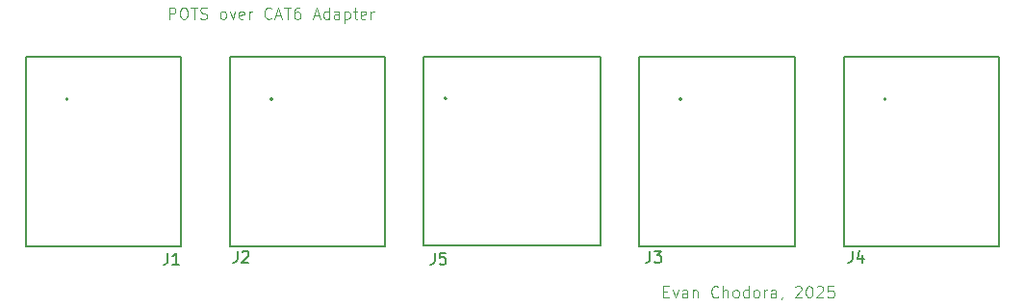
<source format=gbr>
%TF.GenerationSoftware,KiCad,Pcbnew,9.0.1-9.0.1-0~ubuntu24.04.1*%
%TF.CreationDate,2025-04-15T12:59:23-07:00*%
%TF.ProjectId,pots-over-cat6,706f7473-2d6f-4766-9572-2d636174362e,rev?*%
%TF.SameCoordinates,Original*%
%TF.FileFunction,Legend,Top*%
%TF.FilePolarity,Positive*%
%FSLAX46Y46*%
G04 Gerber Fmt 4.6, Leading zero omitted, Abs format (unit mm)*
G04 Created by KiCad (PCBNEW 9.0.1-9.0.1-0~ubuntu24.04.1) date 2025-04-15 12:59:23*
%MOMM*%
%LPD*%
G01*
G04 APERTURE LIST*
%ADD10C,0.100000*%
%ADD11C,0.150000*%
%ADD12C,0.200000*%
G04 APERTURE END LIST*
D10*
X125803884Y-103872419D02*
X125803884Y-102872419D01*
X125803884Y-102872419D02*
X126184836Y-102872419D01*
X126184836Y-102872419D02*
X126280074Y-102920038D01*
X126280074Y-102920038D02*
X126327693Y-102967657D01*
X126327693Y-102967657D02*
X126375312Y-103062895D01*
X126375312Y-103062895D02*
X126375312Y-103205752D01*
X126375312Y-103205752D02*
X126327693Y-103300990D01*
X126327693Y-103300990D02*
X126280074Y-103348609D01*
X126280074Y-103348609D02*
X126184836Y-103396228D01*
X126184836Y-103396228D02*
X125803884Y-103396228D01*
X126994360Y-102872419D02*
X127184836Y-102872419D01*
X127184836Y-102872419D02*
X127280074Y-102920038D01*
X127280074Y-102920038D02*
X127375312Y-103015276D01*
X127375312Y-103015276D02*
X127422931Y-103205752D01*
X127422931Y-103205752D02*
X127422931Y-103539085D01*
X127422931Y-103539085D02*
X127375312Y-103729561D01*
X127375312Y-103729561D02*
X127280074Y-103824800D01*
X127280074Y-103824800D02*
X127184836Y-103872419D01*
X127184836Y-103872419D02*
X126994360Y-103872419D01*
X126994360Y-103872419D02*
X126899122Y-103824800D01*
X126899122Y-103824800D02*
X126803884Y-103729561D01*
X126803884Y-103729561D02*
X126756265Y-103539085D01*
X126756265Y-103539085D02*
X126756265Y-103205752D01*
X126756265Y-103205752D02*
X126803884Y-103015276D01*
X126803884Y-103015276D02*
X126899122Y-102920038D01*
X126899122Y-102920038D02*
X126994360Y-102872419D01*
X127708646Y-102872419D02*
X128280074Y-102872419D01*
X127994360Y-103872419D02*
X127994360Y-102872419D01*
X128565789Y-103824800D02*
X128708646Y-103872419D01*
X128708646Y-103872419D02*
X128946741Y-103872419D01*
X128946741Y-103872419D02*
X129041979Y-103824800D01*
X129041979Y-103824800D02*
X129089598Y-103777180D01*
X129089598Y-103777180D02*
X129137217Y-103681942D01*
X129137217Y-103681942D02*
X129137217Y-103586704D01*
X129137217Y-103586704D02*
X129089598Y-103491466D01*
X129089598Y-103491466D02*
X129041979Y-103443847D01*
X129041979Y-103443847D02*
X128946741Y-103396228D01*
X128946741Y-103396228D02*
X128756265Y-103348609D01*
X128756265Y-103348609D02*
X128661027Y-103300990D01*
X128661027Y-103300990D02*
X128613408Y-103253371D01*
X128613408Y-103253371D02*
X128565789Y-103158133D01*
X128565789Y-103158133D02*
X128565789Y-103062895D01*
X128565789Y-103062895D02*
X128613408Y-102967657D01*
X128613408Y-102967657D02*
X128661027Y-102920038D01*
X128661027Y-102920038D02*
X128756265Y-102872419D01*
X128756265Y-102872419D02*
X128994360Y-102872419D01*
X128994360Y-102872419D02*
X129137217Y-102920038D01*
X130470551Y-103872419D02*
X130375313Y-103824800D01*
X130375313Y-103824800D02*
X130327694Y-103777180D01*
X130327694Y-103777180D02*
X130280075Y-103681942D01*
X130280075Y-103681942D02*
X130280075Y-103396228D01*
X130280075Y-103396228D02*
X130327694Y-103300990D01*
X130327694Y-103300990D02*
X130375313Y-103253371D01*
X130375313Y-103253371D02*
X130470551Y-103205752D01*
X130470551Y-103205752D02*
X130613408Y-103205752D01*
X130613408Y-103205752D02*
X130708646Y-103253371D01*
X130708646Y-103253371D02*
X130756265Y-103300990D01*
X130756265Y-103300990D02*
X130803884Y-103396228D01*
X130803884Y-103396228D02*
X130803884Y-103681942D01*
X130803884Y-103681942D02*
X130756265Y-103777180D01*
X130756265Y-103777180D02*
X130708646Y-103824800D01*
X130708646Y-103824800D02*
X130613408Y-103872419D01*
X130613408Y-103872419D02*
X130470551Y-103872419D01*
X131137218Y-103205752D02*
X131375313Y-103872419D01*
X131375313Y-103872419D02*
X131613408Y-103205752D01*
X132375313Y-103824800D02*
X132280075Y-103872419D01*
X132280075Y-103872419D02*
X132089599Y-103872419D01*
X132089599Y-103872419D02*
X131994361Y-103824800D01*
X131994361Y-103824800D02*
X131946742Y-103729561D01*
X131946742Y-103729561D02*
X131946742Y-103348609D01*
X131946742Y-103348609D02*
X131994361Y-103253371D01*
X131994361Y-103253371D02*
X132089599Y-103205752D01*
X132089599Y-103205752D02*
X132280075Y-103205752D01*
X132280075Y-103205752D02*
X132375313Y-103253371D01*
X132375313Y-103253371D02*
X132422932Y-103348609D01*
X132422932Y-103348609D02*
X132422932Y-103443847D01*
X132422932Y-103443847D02*
X131946742Y-103539085D01*
X132851504Y-103872419D02*
X132851504Y-103205752D01*
X132851504Y-103396228D02*
X132899123Y-103300990D01*
X132899123Y-103300990D02*
X132946742Y-103253371D01*
X132946742Y-103253371D02*
X133041980Y-103205752D01*
X133041980Y-103205752D02*
X133137218Y-103205752D01*
X134803885Y-103777180D02*
X134756266Y-103824800D01*
X134756266Y-103824800D02*
X134613409Y-103872419D01*
X134613409Y-103872419D02*
X134518171Y-103872419D01*
X134518171Y-103872419D02*
X134375314Y-103824800D01*
X134375314Y-103824800D02*
X134280076Y-103729561D01*
X134280076Y-103729561D02*
X134232457Y-103634323D01*
X134232457Y-103634323D02*
X134184838Y-103443847D01*
X134184838Y-103443847D02*
X134184838Y-103300990D01*
X134184838Y-103300990D02*
X134232457Y-103110514D01*
X134232457Y-103110514D02*
X134280076Y-103015276D01*
X134280076Y-103015276D02*
X134375314Y-102920038D01*
X134375314Y-102920038D02*
X134518171Y-102872419D01*
X134518171Y-102872419D02*
X134613409Y-102872419D01*
X134613409Y-102872419D02*
X134756266Y-102920038D01*
X134756266Y-102920038D02*
X134803885Y-102967657D01*
X135184838Y-103586704D02*
X135661028Y-103586704D01*
X135089600Y-103872419D02*
X135422933Y-102872419D01*
X135422933Y-102872419D02*
X135756266Y-103872419D01*
X135946743Y-102872419D02*
X136518171Y-102872419D01*
X136232457Y-103872419D02*
X136232457Y-102872419D01*
X137280076Y-102872419D02*
X137089600Y-102872419D01*
X137089600Y-102872419D02*
X136994362Y-102920038D01*
X136994362Y-102920038D02*
X136946743Y-102967657D01*
X136946743Y-102967657D02*
X136851505Y-103110514D01*
X136851505Y-103110514D02*
X136803886Y-103300990D01*
X136803886Y-103300990D02*
X136803886Y-103681942D01*
X136803886Y-103681942D02*
X136851505Y-103777180D01*
X136851505Y-103777180D02*
X136899124Y-103824800D01*
X136899124Y-103824800D02*
X136994362Y-103872419D01*
X136994362Y-103872419D02*
X137184838Y-103872419D01*
X137184838Y-103872419D02*
X137280076Y-103824800D01*
X137280076Y-103824800D02*
X137327695Y-103777180D01*
X137327695Y-103777180D02*
X137375314Y-103681942D01*
X137375314Y-103681942D02*
X137375314Y-103443847D01*
X137375314Y-103443847D02*
X137327695Y-103348609D01*
X137327695Y-103348609D02*
X137280076Y-103300990D01*
X137280076Y-103300990D02*
X137184838Y-103253371D01*
X137184838Y-103253371D02*
X136994362Y-103253371D01*
X136994362Y-103253371D02*
X136899124Y-103300990D01*
X136899124Y-103300990D02*
X136851505Y-103348609D01*
X136851505Y-103348609D02*
X136803886Y-103443847D01*
X138518172Y-103586704D02*
X138994362Y-103586704D01*
X138422934Y-103872419D02*
X138756267Y-102872419D01*
X138756267Y-102872419D02*
X139089600Y-103872419D01*
X139851505Y-103872419D02*
X139851505Y-102872419D01*
X139851505Y-103824800D02*
X139756267Y-103872419D01*
X139756267Y-103872419D02*
X139565791Y-103872419D01*
X139565791Y-103872419D02*
X139470553Y-103824800D01*
X139470553Y-103824800D02*
X139422934Y-103777180D01*
X139422934Y-103777180D02*
X139375315Y-103681942D01*
X139375315Y-103681942D02*
X139375315Y-103396228D01*
X139375315Y-103396228D02*
X139422934Y-103300990D01*
X139422934Y-103300990D02*
X139470553Y-103253371D01*
X139470553Y-103253371D02*
X139565791Y-103205752D01*
X139565791Y-103205752D02*
X139756267Y-103205752D01*
X139756267Y-103205752D02*
X139851505Y-103253371D01*
X140756267Y-103872419D02*
X140756267Y-103348609D01*
X140756267Y-103348609D02*
X140708648Y-103253371D01*
X140708648Y-103253371D02*
X140613410Y-103205752D01*
X140613410Y-103205752D02*
X140422934Y-103205752D01*
X140422934Y-103205752D02*
X140327696Y-103253371D01*
X140756267Y-103824800D02*
X140661029Y-103872419D01*
X140661029Y-103872419D02*
X140422934Y-103872419D01*
X140422934Y-103872419D02*
X140327696Y-103824800D01*
X140327696Y-103824800D02*
X140280077Y-103729561D01*
X140280077Y-103729561D02*
X140280077Y-103634323D01*
X140280077Y-103634323D02*
X140327696Y-103539085D01*
X140327696Y-103539085D02*
X140422934Y-103491466D01*
X140422934Y-103491466D02*
X140661029Y-103491466D01*
X140661029Y-103491466D02*
X140756267Y-103443847D01*
X141232458Y-103205752D02*
X141232458Y-104205752D01*
X141232458Y-103253371D02*
X141327696Y-103205752D01*
X141327696Y-103205752D02*
X141518172Y-103205752D01*
X141518172Y-103205752D02*
X141613410Y-103253371D01*
X141613410Y-103253371D02*
X141661029Y-103300990D01*
X141661029Y-103300990D02*
X141708648Y-103396228D01*
X141708648Y-103396228D02*
X141708648Y-103681942D01*
X141708648Y-103681942D02*
X141661029Y-103777180D01*
X141661029Y-103777180D02*
X141613410Y-103824800D01*
X141613410Y-103824800D02*
X141518172Y-103872419D01*
X141518172Y-103872419D02*
X141327696Y-103872419D01*
X141327696Y-103872419D02*
X141232458Y-103824800D01*
X141994363Y-103205752D02*
X142375315Y-103205752D01*
X142137220Y-102872419D02*
X142137220Y-103729561D01*
X142137220Y-103729561D02*
X142184839Y-103824800D01*
X142184839Y-103824800D02*
X142280077Y-103872419D01*
X142280077Y-103872419D02*
X142375315Y-103872419D01*
X143089601Y-103824800D02*
X142994363Y-103872419D01*
X142994363Y-103872419D02*
X142803887Y-103872419D01*
X142803887Y-103872419D02*
X142708649Y-103824800D01*
X142708649Y-103824800D02*
X142661030Y-103729561D01*
X142661030Y-103729561D02*
X142661030Y-103348609D01*
X142661030Y-103348609D02*
X142708649Y-103253371D01*
X142708649Y-103253371D02*
X142803887Y-103205752D01*
X142803887Y-103205752D02*
X142994363Y-103205752D01*
X142994363Y-103205752D02*
X143089601Y-103253371D01*
X143089601Y-103253371D02*
X143137220Y-103348609D01*
X143137220Y-103348609D02*
X143137220Y-103443847D01*
X143137220Y-103443847D02*
X142661030Y-103539085D01*
X143565792Y-103872419D02*
X143565792Y-103205752D01*
X143565792Y-103396228D02*
X143613411Y-103300990D01*
X143613411Y-103300990D02*
X143661030Y-103253371D01*
X143661030Y-103253371D02*
X143756268Y-103205752D01*
X143756268Y-103205752D02*
X143851506Y-103205752D01*
X169303884Y-127848609D02*
X169637217Y-127848609D01*
X169780074Y-128372419D02*
X169303884Y-128372419D01*
X169303884Y-128372419D02*
X169303884Y-127372419D01*
X169303884Y-127372419D02*
X169780074Y-127372419D01*
X170113408Y-127705752D02*
X170351503Y-128372419D01*
X170351503Y-128372419D02*
X170589598Y-127705752D01*
X171399122Y-128372419D02*
X171399122Y-127848609D01*
X171399122Y-127848609D02*
X171351503Y-127753371D01*
X171351503Y-127753371D02*
X171256265Y-127705752D01*
X171256265Y-127705752D02*
X171065789Y-127705752D01*
X171065789Y-127705752D02*
X170970551Y-127753371D01*
X171399122Y-128324800D02*
X171303884Y-128372419D01*
X171303884Y-128372419D02*
X171065789Y-128372419D01*
X171065789Y-128372419D02*
X170970551Y-128324800D01*
X170970551Y-128324800D02*
X170922932Y-128229561D01*
X170922932Y-128229561D02*
X170922932Y-128134323D01*
X170922932Y-128134323D02*
X170970551Y-128039085D01*
X170970551Y-128039085D02*
X171065789Y-127991466D01*
X171065789Y-127991466D02*
X171303884Y-127991466D01*
X171303884Y-127991466D02*
X171399122Y-127943847D01*
X171875313Y-127705752D02*
X171875313Y-128372419D01*
X171875313Y-127800990D02*
X171922932Y-127753371D01*
X171922932Y-127753371D02*
X172018170Y-127705752D01*
X172018170Y-127705752D02*
X172161027Y-127705752D01*
X172161027Y-127705752D02*
X172256265Y-127753371D01*
X172256265Y-127753371D02*
X172303884Y-127848609D01*
X172303884Y-127848609D02*
X172303884Y-128372419D01*
X174113408Y-128277180D02*
X174065789Y-128324800D01*
X174065789Y-128324800D02*
X173922932Y-128372419D01*
X173922932Y-128372419D02*
X173827694Y-128372419D01*
X173827694Y-128372419D02*
X173684837Y-128324800D01*
X173684837Y-128324800D02*
X173589599Y-128229561D01*
X173589599Y-128229561D02*
X173541980Y-128134323D01*
X173541980Y-128134323D02*
X173494361Y-127943847D01*
X173494361Y-127943847D02*
X173494361Y-127800990D01*
X173494361Y-127800990D02*
X173541980Y-127610514D01*
X173541980Y-127610514D02*
X173589599Y-127515276D01*
X173589599Y-127515276D02*
X173684837Y-127420038D01*
X173684837Y-127420038D02*
X173827694Y-127372419D01*
X173827694Y-127372419D02*
X173922932Y-127372419D01*
X173922932Y-127372419D02*
X174065789Y-127420038D01*
X174065789Y-127420038D02*
X174113408Y-127467657D01*
X174541980Y-128372419D02*
X174541980Y-127372419D01*
X174970551Y-128372419D02*
X174970551Y-127848609D01*
X174970551Y-127848609D02*
X174922932Y-127753371D01*
X174922932Y-127753371D02*
X174827694Y-127705752D01*
X174827694Y-127705752D02*
X174684837Y-127705752D01*
X174684837Y-127705752D02*
X174589599Y-127753371D01*
X174589599Y-127753371D02*
X174541980Y-127800990D01*
X175589599Y-128372419D02*
X175494361Y-128324800D01*
X175494361Y-128324800D02*
X175446742Y-128277180D01*
X175446742Y-128277180D02*
X175399123Y-128181942D01*
X175399123Y-128181942D02*
X175399123Y-127896228D01*
X175399123Y-127896228D02*
X175446742Y-127800990D01*
X175446742Y-127800990D02*
X175494361Y-127753371D01*
X175494361Y-127753371D02*
X175589599Y-127705752D01*
X175589599Y-127705752D02*
X175732456Y-127705752D01*
X175732456Y-127705752D02*
X175827694Y-127753371D01*
X175827694Y-127753371D02*
X175875313Y-127800990D01*
X175875313Y-127800990D02*
X175922932Y-127896228D01*
X175922932Y-127896228D02*
X175922932Y-128181942D01*
X175922932Y-128181942D02*
X175875313Y-128277180D01*
X175875313Y-128277180D02*
X175827694Y-128324800D01*
X175827694Y-128324800D02*
X175732456Y-128372419D01*
X175732456Y-128372419D02*
X175589599Y-128372419D01*
X176780075Y-128372419D02*
X176780075Y-127372419D01*
X176780075Y-128324800D02*
X176684837Y-128372419D01*
X176684837Y-128372419D02*
X176494361Y-128372419D01*
X176494361Y-128372419D02*
X176399123Y-128324800D01*
X176399123Y-128324800D02*
X176351504Y-128277180D01*
X176351504Y-128277180D02*
X176303885Y-128181942D01*
X176303885Y-128181942D02*
X176303885Y-127896228D01*
X176303885Y-127896228D02*
X176351504Y-127800990D01*
X176351504Y-127800990D02*
X176399123Y-127753371D01*
X176399123Y-127753371D02*
X176494361Y-127705752D01*
X176494361Y-127705752D02*
X176684837Y-127705752D01*
X176684837Y-127705752D02*
X176780075Y-127753371D01*
X177399123Y-128372419D02*
X177303885Y-128324800D01*
X177303885Y-128324800D02*
X177256266Y-128277180D01*
X177256266Y-128277180D02*
X177208647Y-128181942D01*
X177208647Y-128181942D02*
X177208647Y-127896228D01*
X177208647Y-127896228D02*
X177256266Y-127800990D01*
X177256266Y-127800990D02*
X177303885Y-127753371D01*
X177303885Y-127753371D02*
X177399123Y-127705752D01*
X177399123Y-127705752D02*
X177541980Y-127705752D01*
X177541980Y-127705752D02*
X177637218Y-127753371D01*
X177637218Y-127753371D02*
X177684837Y-127800990D01*
X177684837Y-127800990D02*
X177732456Y-127896228D01*
X177732456Y-127896228D02*
X177732456Y-128181942D01*
X177732456Y-128181942D02*
X177684837Y-128277180D01*
X177684837Y-128277180D02*
X177637218Y-128324800D01*
X177637218Y-128324800D02*
X177541980Y-128372419D01*
X177541980Y-128372419D02*
X177399123Y-128372419D01*
X178161028Y-128372419D02*
X178161028Y-127705752D01*
X178161028Y-127896228D02*
X178208647Y-127800990D01*
X178208647Y-127800990D02*
X178256266Y-127753371D01*
X178256266Y-127753371D02*
X178351504Y-127705752D01*
X178351504Y-127705752D02*
X178446742Y-127705752D01*
X179208647Y-128372419D02*
X179208647Y-127848609D01*
X179208647Y-127848609D02*
X179161028Y-127753371D01*
X179161028Y-127753371D02*
X179065790Y-127705752D01*
X179065790Y-127705752D02*
X178875314Y-127705752D01*
X178875314Y-127705752D02*
X178780076Y-127753371D01*
X179208647Y-128324800D02*
X179113409Y-128372419D01*
X179113409Y-128372419D02*
X178875314Y-128372419D01*
X178875314Y-128372419D02*
X178780076Y-128324800D01*
X178780076Y-128324800D02*
X178732457Y-128229561D01*
X178732457Y-128229561D02*
X178732457Y-128134323D01*
X178732457Y-128134323D02*
X178780076Y-128039085D01*
X178780076Y-128039085D02*
X178875314Y-127991466D01*
X178875314Y-127991466D02*
X179113409Y-127991466D01*
X179113409Y-127991466D02*
X179208647Y-127943847D01*
X179732457Y-128324800D02*
X179732457Y-128372419D01*
X179732457Y-128372419D02*
X179684838Y-128467657D01*
X179684838Y-128467657D02*
X179637219Y-128515276D01*
X180875314Y-127467657D02*
X180922933Y-127420038D01*
X180922933Y-127420038D02*
X181018171Y-127372419D01*
X181018171Y-127372419D02*
X181256266Y-127372419D01*
X181256266Y-127372419D02*
X181351504Y-127420038D01*
X181351504Y-127420038D02*
X181399123Y-127467657D01*
X181399123Y-127467657D02*
X181446742Y-127562895D01*
X181446742Y-127562895D02*
X181446742Y-127658133D01*
X181446742Y-127658133D02*
X181399123Y-127800990D01*
X181399123Y-127800990D02*
X180827695Y-128372419D01*
X180827695Y-128372419D02*
X181446742Y-128372419D01*
X182065790Y-127372419D02*
X182161028Y-127372419D01*
X182161028Y-127372419D02*
X182256266Y-127420038D01*
X182256266Y-127420038D02*
X182303885Y-127467657D01*
X182303885Y-127467657D02*
X182351504Y-127562895D01*
X182351504Y-127562895D02*
X182399123Y-127753371D01*
X182399123Y-127753371D02*
X182399123Y-127991466D01*
X182399123Y-127991466D02*
X182351504Y-128181942D01*
X182351504Y-128181942D02*
X182303885Y-128277180D01*
X182303885Y-128277180D02*
X182256266Y-128324800D01*
X182256266Y-128324800D02*
X182161028Y-128372419D01*
X182161028Y-128372419D02*
X182065790Y-128372419D01*
X182065790Y-128372419D02*
X181970552Y-128324800D01*
X181970552Y-128324800D02*
X181922933Y-128277180D01*
X181922933Y-128277180D02*
X181875314Y-128181942D01*
X181875314Y-128181942D02*
X181827695Y-127991466D01*
X181827695Y-127991466D02*
X181827695Y-127753371D01*
X181827695Y-127753371D02*
X181875314Y-127562895D01*
X181875314Y-127562895D02*
X181922933Y-127467657D01*
X181922933Y-127467657D02*
X181970552Y-127420038D01*
X181970552Y-127420038D02*
X182065790Y-127372419D01*
X182780076Y-127467657D02*
X182827695Y-127420038D01*
X182827695Y-127420038D02*
X182922933Y-127372419D01*
X182922933Y-127372419D02*
X183161028Y-127372419D01*
X183161028Y-127372419D02*
X183256266Y-127420038D01*
X183256266Y-127420038D02*
X183303885Y-127467657D01*
X183303885Y-127467657D02*
X183351504Y-127562895D01*
X183351504Y-127562895D02*
X183351504Y-127658133D01*
X183351504Y-127658133D02*
X183303885Y-127800990D01*
X183303885Y-127800990D02*
X182732457Y-128372419D01*
X182732457Y-128372419D02*
X183351504Y-128372419D01*
X184256266Y-127372419D02*
X183780076Y-127372419D01*
X183780076Y-127372419D02*
X183732457Y-127848609D01*
X183732457Y-127848609D02*
X183780076Y-127800990D01*
X183780076Y-127800990D02*
X183875314Y-127753371D01*
X183875314Y-127753371D02*
X184113409Y-127753371D01*
X184113409Y-127753371D02*
X184208647Y-127800990D01*
X184208647Y-127800990D02*
X184256266Y-127848609D01*
X184256266Y-127848609D02*
X184303885Y-127943847D01*
X184303885Y-127943847D02*
X184303885Y-128181942D01*
X184303885Y-128181942D02*
X184256266Y-128277180D01*
X184256266Y-128277180D02*
X184208647Y-128324800D01*
X184208647Y-128324800D02*
X184113409Y-128372419D01*
X184113409Y-128372419D02*
X183875314Y-128372419D01*
X183875314Y-128372419D02*
X183780076Y-128324800D01*
X183780076Y-128324800D02*
X183732457Y-128277180D01*
D11*
X149166666Y-124454819D02*
X149166666Y-125169104D01*
X149166666Y-125169104D02*
X149119047Y-125311961D01*
X149119047Y-125311961D02*
X149023809Y-125407200D01*
X149023809Y-125407200D02*
X148880952Y-125454819D01*
X148880952Y-125454819D02*
X148785714Y-125454819D01*
X150119047Y-124454819D02*
X149642857Y-124454819D01*
X149642857Y-124454819D02*
X149595238Y-124931009D01*
X149595238Y-124931009D02*
X149642857Y-124883390D01*
X149642857Y-124883390D02*
X149738095Y-124835771D01*
X149738095Y-124835771D02*
X149976190Y-124835771D01*
X149976190Y-124835771D02*
X150071428Y-124883390D01*
X150071428Y-124883390D02*
X150119047Y-124931009D01*
X150119047Y-124931009D02*
X150166666Y-125026247D01*
X150166666Y-125026247D02*
X150166666Y-125264342D01*
X150166666Y-125264342D02*
X150119047Y-125359580D01*
X150119047Y-125359580D02*
X150071428Y-125407200D01*
X150071428Y-125407200D02*
X149976190Y-125454819D01*
X149976190Y-125454819D02*
X149738095Y-125454819D01*
X149738095Y-125454819D02*
X149642857Y-125407200D01*
X149642857Y-125407200D02*
X149595238Y-125359580D01*
X185901666Y-124289819D02*
X185901666Y-125004104D01*
X185901666Y-125004104D02*
X185854047Y-125146961D01*
X185854047Y-125146961D02*
X185758809Y-125242200D01*
X185758809Y-125242200D02*
X185615952Y-125289819D01*
X185615952Y-125289819D02*
X185520714Y-125289819D01*
X186806428Y-124623152D02*
X186806428Y-125289819D01*
X186568333Y-124242200D02*
X186330238Y-124956485D01*
X186330238Y-124956485D02*
X186949285Y-124956485D01*
X125666666Y-124454819D02*
X125666666Y-125169104D01*
X125666666Y-125169104D02*
X125619047Y-125311961D01*
X125619047Y-125311961D02*
X125523809Y-125407200D01*
X125523809Y-125407200D02*
X125380952Y-125454819D01*
X125380952Y-125454819D02*
X125285714Y-125454819D01*
X126666666Y-125454819D02*
X126095238Y-125454819D01*
X126380952Y-125454819D02*
X126380952Y-124454819D01*
X126380952Y-124454819D02*
X126285714Y-124597676D01*
X126285714Y-124597676D02*
X126190476Y-124692914D01*
X126190476Y-124692914D02*
X126095238Y-124740533D01*
X131801666Y-124289819D02*
X131801666Y-125004104D01*
X131801666Y-125004104D02*
X131754047Y-125146961D01*
X131754047Y-125146961D02*
X131658809Y-125242200D01*
X131658809Y-125242200D02*
X131515952Y-125289819D01*
X131515952Y-125289819D02*
X131420714Y-125289819D01*
X132230238Y-124385057D02*
X132277857Y-124337438D01*
X132277857Y-124337438D02*
X132373095Y-124289819D01*
X132373095Y-124289819D02*
X132611190Y-124289819D01*
X132611190Y-124289819D02*
X132706428Y-124337438D01*
X132706428Y-124337438D02*
X132754047Y-124385057D01*
X132754047Y-124385057D02*
X132801666Y-124480295D01*
X132801666Y-124480295D02*
X132801666Y-124575533D01*
X132801666Y-124575533D02*
X132754047Y-124718390D01*
X132754047Y-124718390D02*
X132182619Y-125289819D01*
X132182619Y-125289819D02*
X132801666Y-125289819D01*
X168101666Y-124289819D02*
X168101666Y-125004104D01*
X168101666Y-125004104D02*
X168054047Y-125146961D01*
X168054047Y-125146961D02*
X167958809Y-125242200D01*
X167958809Y-125242200D02*
X167815952Y-125289819D01*
X167815952Y-125289819D02*
X167720714Y-125289819D01*
X168482619Y-124289819D02*
X169101666Y-124289819D01*
X169101666Y-124289819D02*
X168768333Y-124670771D01*
X168768333Y-124670771D02*
X168911190Y-124670771D01*
X168911190Y-124670771D02*
X169006428Y-124718390D01*
X169006428Y-124718390D02*
X169054047Y-124766009D01*
X169054047Y-124766009D02*
X169101666Y-124861247D01*
X169101666Y-124861247D02*
X169101666Y-125099342D01*
X169101666Y-125099342D02*
X169054047Y-125194580D01*
X169054047Y-125194580D02*
X169006428Y-125242200D01*
X169006428Y-125242200D02*
X168911190Y-125289819D01*
X168911190Y-125289819D02*
X168625476Y-125289819D01*
X168625476Y-125289819D02*
X168530238Y-125242200D01*
X168530238Y-125242200D02*
X168482619Y-125194580D01*
D12*
%TO.C,J5*%
X150200000Y-110860000D02*
G75*
G02*
X150000000Y-110860000I-100000J0D01*
G01*
X150000000Y-110860000D02*
G75*
G02*
X150200000Y-110860000I100000J0D01*
G01*
X148220000Y-107200000D02*
X163780000Y-107200000D01*
X148220000Y-123800000D02*
X148220000Y-107200000D01*
X163780000Y-107200000D02*
X163780000Y-123800000D01*
X163780000Y-123800000D02*
X148220000Y-123800000D01*
%TO.C,J4*%
X188900000Y-110920000D02*
G75*
G02*
X188700000Y-110920000I-100000J0D01*
G01*
X188700000Y-110920000D02*
G75*
G02*
X188900000Y-110920000I100000J0D01*
G01*
X185175000Y-107160000D02*
X198825000Y-107160000D01*
X185175000Y-123840000D02*
X185175000Y-107160000D01*
X198825000Y-107160000D02*
X198825000Y-123840000D01*
X198825000Y-123840000D02*
X185175000Y-123840000D01*
%TO.C,J1*%
X116900000Y-110920000D02*
G75*
G02*
X116700000Y-110920000I-100000J0D01*
G01*
X116700000Y-110920000D02*
G75*
G02*
X116900000Y-110920000I100000J0D01*
G01*
X113175000Y-107160000D02*
X126825000Y-107160000D01*
X113175000Y-123840000D02*
X113175000Y-107160000D01*
X126825000Y-107160000D02*
X126825000Y-123840000D01*
X126825000Y-123840000D02*
X113175000Y-123840000D01*
%TO.C,J2*%
X134900000Y-110920000D02*
G75*
G02*
X134700000Y-110920000I-100000J0D01*
G01*
X134700000Y-110920000D02*
G75*
G02*
X134900000Y-110920000I100000J0D01*
G01*
X131175000Y-107160000D02*
X144825000Y-107160000D01*
X131175000Y-123840000D02*
X131175000Y-107160000D01*
X144825000Y-107160000D02*
X144825000Y-123840000D01*
X144825000Y-123840000D02*
X131175000Y-123840000D01*
%TO.C,J3*%
X170900000Y-110920000D02*
G75*
G02*
X170700000Y-110920000I-100000J0D01*
G01*
X170700000Y-110920000D02*
G75*
G02*
X170900000Y-110920000I100000J0D01*
G01*
X167175000Y-107160000D02*
X180825000Y-107160000D01*
X167175000Y-123840000D02*
X167175000Y-107160000D01*
X180825000Y-107160000D02*
X180825000Y-123840000D01*
X180825000Y-123840000D02*
X167175000Y-123840000D01*
%TD*%
M02*

</source>
